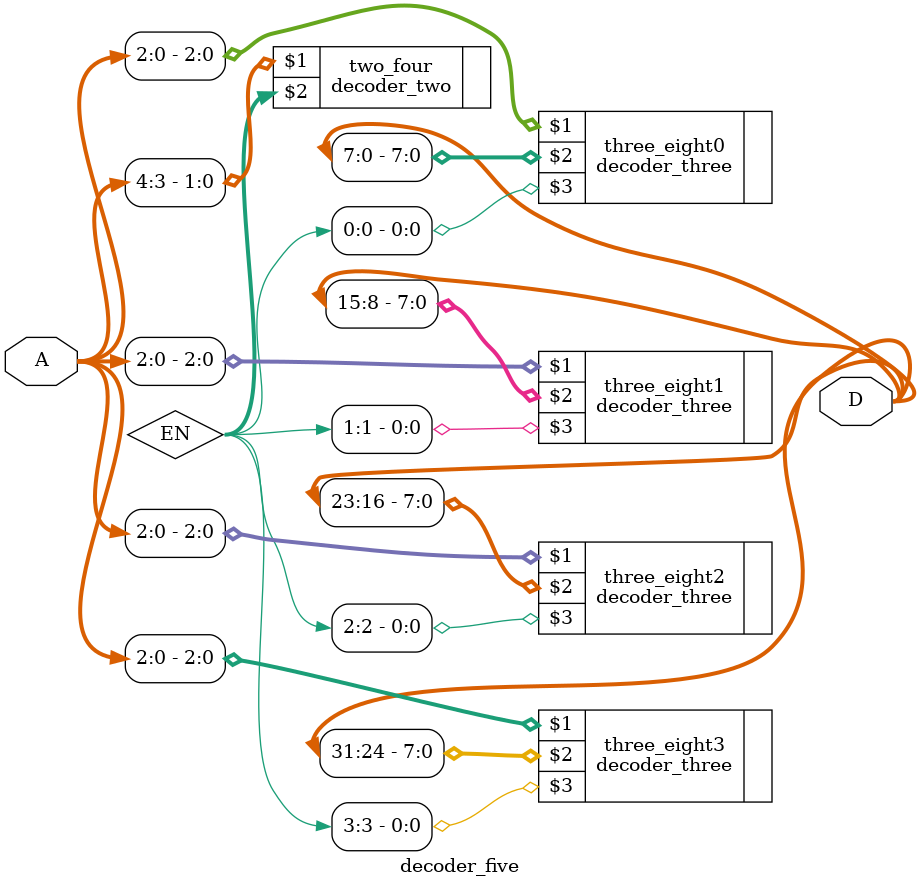
<source format=v>
module decoder_five(A, D);
	// a 5-to-32 decoder
	
	input [4:0] A;
	output [31:0] D;
	
	wire [3:0] EN;
	
	// module decoder_two(A, D)
	decoder_two two_four(A[4:3], EN[3:0]);
	
	// module decoder_three(A, D, en);
	decoder_three three_eight0(A[2:0], D[7:0], EN[0]);
	decoder_three three_eight1(A[2:0], D[15:8], EN[1]);
	decoder_three three_eight2(A[2:0], D[23:16], EN[2]);
	decoder_three three_eight3(A[2:0], D[31:24], EN[3]);
	
endmodule

</source>
